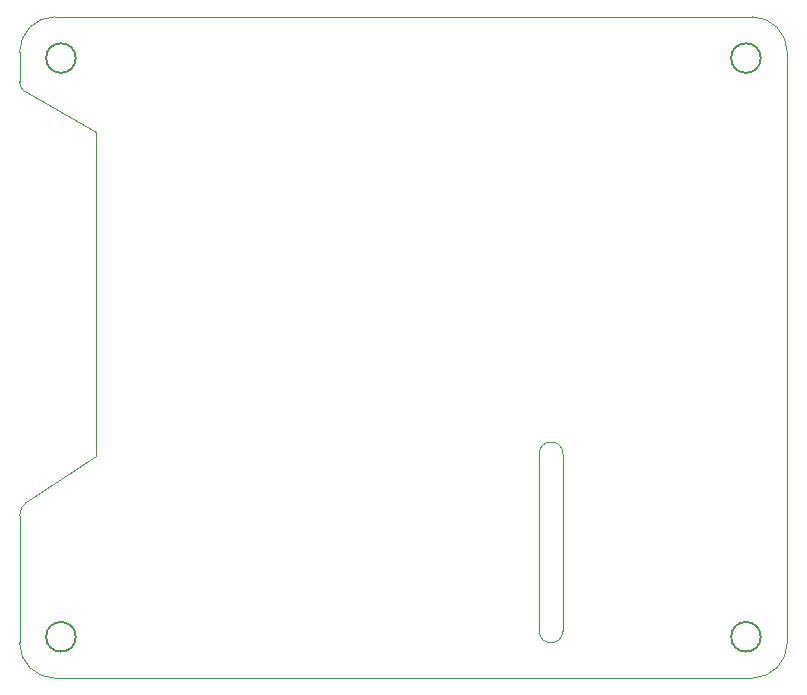
<source format=gbr>
%TF.GenerationSoftware,KiCad,Pcbnew,8.0.6*%
%TF.CreationDate,2024-10-16T15:49:25-04:00*%
%TF.ProjectId,motorgo_plink,6d6f746f-7267-46f5-9f70-6c696e6b2e6b,rev?*%
%TF.SameCoordinates,Original*%
%TF.FileFunction,Profile,NP*%
%FSLAX46Y46*%
G04 Gerber Fmt 4.6, Leading zero omitted, Abs format (unit mm)*
G04 Created by KiCad (PCBNEW 8.0.6) date 2024-10-16 15:49:25*
%MOMM*%
%LPD*%
G01*
G04 APERTURE LIST*
%TA.AperFunction,Profile*%
%ADD10C,0.050000*%
%TD*%
%TA.AperFunction,Profile*%
%ADD11C,0.200000*%
%TD*%
G04 APERTURE END LIST*
D10*
X171500000Y-60000000D02*
G75*
G02*
X174500000Y-63000000I0J-3000000D01*
G01*
X109800000Y-66200000D02*
G75*
G02*
X109495930Y-65500000I653700J700000D01*
G01*
X109500000Y-102232231D02*
G75*
G02*
X110076545Y-101099980I1400000J31D01*
G01*
D11*
X172250000Y-112500000D02*
G75*
G02*
X169750000Y-112500000I-1250000J0D01*
G01*
X169750000Y-112500000D02*
G75*
G02*
X172250000Y-112500000I1250000J0D01*
G01*
D10*
X112500000Y-60000000D02*
X171500000Y-60000000D01*
X153500000Y-97000000D02*
G75*
G02*
X155500000Y-97000000I1000000J0D01*
G01*
X171500000Y-116000000D02*
X112500000Y-116000000D01*
X174500000Y-113000000D02*
X174500000Y-63000000D01*
D11*
X114250000Y-63500000D02*
G75*
G02*
X111750000Y-63500000I-1250000J0D01*
G01*
X111750000Y-63500000D02*
G75*
G02*
X114250000Y-63500000I1250000J0D01*
G01*
X114250000Y-112500000D02*
G75*
G02*
X111750000Y-112500000I-1250000J0D01*
G01*
X111750000Y-112500000D02*
G75*
G02*
X114250000Y-112500000I1250000J0D01*
G01*
D10*
X112500000Y-116000000D02*
G75*
G02*
X109500000Y-113000000I0J3000000D01*
G01*
X155500000Y-112000000D02*
X155500000Y-97000000D01*
X116000000Y-97200000D02*
X110076560Y-101100000D01*
D11*
X172250000Y-63500000D02*
G75*
G02*
X169750000Y-63500000I-1250000J0D01*
G01*
X169750000Y-63500000D02*
G75*
G02*
X172250000Y-63500000I1250000J0D01*
G01*
D10*
X116000000Y-69800000D02*
X116000000Y-97200000D01*
X109800000Y-66200000D02*
X116000000Y-69800000D01*
X109500000Y-63000000D02*
G75*
G02*
X112500000Y-60000000I3000000J0D01*
G01*
X109500000Y-63000000D02*
X109500000Y-65500000D01*
X174500000Y-113000000D02*
G75*
G02*
X171500000Y-116000000I-3000000J0D01*
G01*
X155500000Y-112000000D02*
G75*
G02*
X153500000Y-112000000I-1000000J0D01*
G01*
X153500000Y-112000000D02*
X153500000Y-97000000D01*
X109500000Y-102232231D02*
X109500000Y-113000000D01*
M02*

</source>
